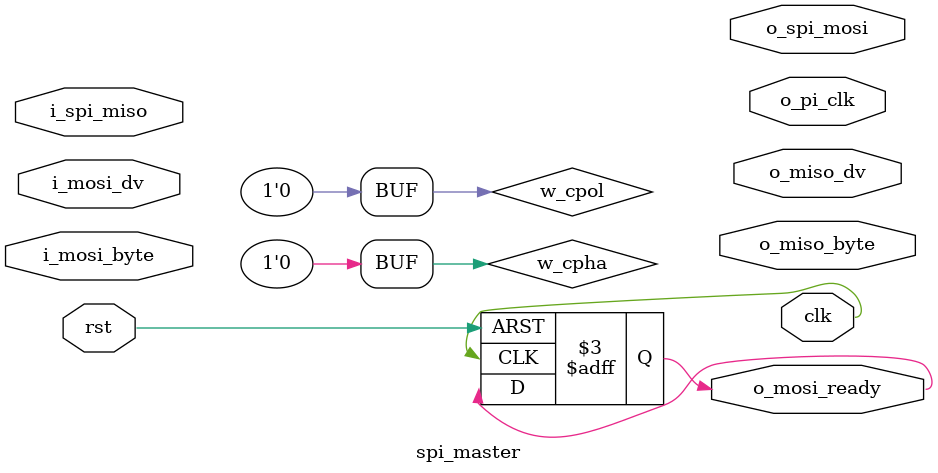
<source format=v>
module spi_master 
  #(parameter CLK_DIV = 2,
    parameter SPI_MODE = 0)
    (  
    // Control Signals
    input rst, // FPGA reset
    output clk, // FPGA clock

    // MOSI (TX) Signals
    input [7:0] i_mosi_byte, // Data to transmit on MOSI
    input i_mosi_dv,    // Data valid pulse with MOSI data
    output o_mosi_ready,     // Transmit ready for next byte

    // MISO (RX) Signals
    output reg o_miso_dv, // Data valid pulse 
    output reg [7:0] o_miso_byte, // Data received by MISO

    // SPI Interface
    output reg o_pi_clk,
    output reg o_spi_mosi,
    input i_spi_miso 
    );

    // SPI Interface
    wire w_cpol;
    wire w_cpha;

    reg [$clog2(CLK_DIV*2)-1:0] r_spi_clk_count;
    reg r_spi_clk;
    reg [4:0] r_spi_clk_edges;
    reg r_leading_edge;
    reg r_trailing_edge;
    reg r_mosi_dv;
    reg [7:0] r_mosi_byte;
    reg [2:0] r_miso_bit_count;
    reg [2:0] r_mosi_bit_count;


    // Clock Polarity
    // CPOL = 0 means clock idles at 0, leading edge is the rising edge
    // CPOL = 1 means clock idles at 1, leading edge is the falling edge
    assign w_cpol = (SPI_MODE == 2) | (SPI_MODE == 3);

    // Clock Phase
    // cpha = 0 means the "out" side changes the data on the trailing edge of the clock
                    // the "in" side caputures the data on the leading edge of the clock
    // cpha = 0 means the "out" side changes the data on the leading edge of the clock
                    // the "in" side caputures the data on the trailing edge of the clock
    assign w_cpha = (SPI_MODE == 1) | (SPI_MODE == 3);

// Generate SPI clock correct number of times when DV pulse comes in
always @(posedge clk or negedge rst)
begin
  if (~rst)
  begin
    o_mosi_ready <= 1'b0;
    r_spi_clk_edges <= 0;
    r_leading_edge <= 1'b0;
    r_trailing_edge <= 1'b0;
    r_spi_clk <= w_cpol; // assign default state to idle state
    r_spi_clk_count <= 0;
  end

end




endmodule
</source>
